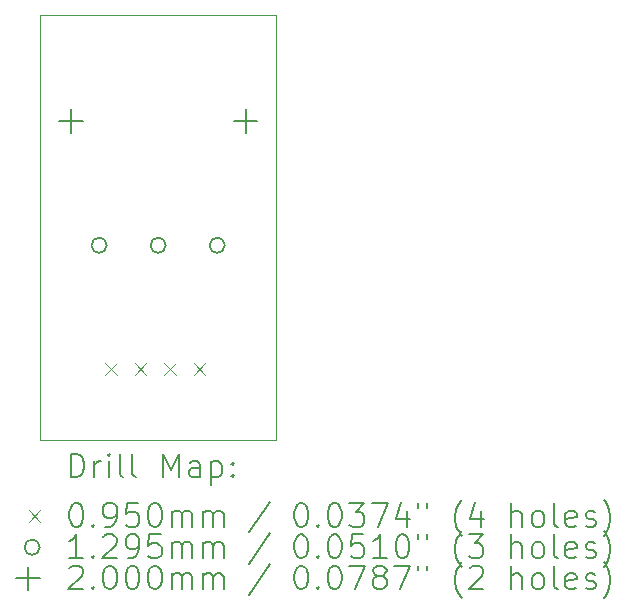
<source format=gbr>
%TF.GenerationSoftware,KiCad,Pcbnew,8.0.4*%
%TF.CreationDate,2024-08-04T23:07:36+09:00*%
%TF.ProjectId,sdvx-encoder-holder,73647678-2d65-46e6-936f-6465722d686f,rev?*%
%TF.SameCoordinates,Original*%
%TF.FileFunction,Drillmap*%
%TF.FilePolarity,Positive*%
%FSLAX45Y45*%
G04 Gerber Fmt 4.5, Leading zero omitted, Abs format (unit mm)*
G04 Created by KiCad (PCBNEW 8.0.4) date 2024-08-04 23:07:36*
%MOMM*%
%LPD*%
G01*
G04 APERTURE LIST*
%ADD10C,0.050000*%
%ADD11C,0.200000*%
%ADD12C,0.100000*%
%ADD13C,0.129540*%
G04 APERTURE END LIST*
D10*
X11800000Y-7700000D02*
X13800000Y-7700000D01*
X13800000Y-11300000D01*
X11800000Y-11300000D01*
X11800000Y-7700000D01*
D11*
D12*
X12352500Y-10650000D02*
X12447500Y-10745000D01*
X12447500Y-10650000D02*
X12352500Y-10745000D01*
X12602500Y-10650000D02*
X12697500Y-10745000D01*
X12697500Y-10650000D02*
X12602500Y-10745000D01*
X12852500Y-10650000D02*
X12947500Y-10745000D01*
X12947500Y-10650000D02*
X12852500Y-10745000D01*
X13102500Y-10650000D02*
X13197500Y-10745000D01*
X13197500Y-10650000D02*
X13102500Y-10745000D01*
D13*
X12364770Y-9650000D02*
G75*
G02*
X12235230Y-9650000I-64770J0D01*
G01*
X12235230Y-9650000D02*
G75*
G02*
X12364770Y-9650000I64770J0D01*
G01*
X12864770Y-9650000D02*
G75*
G02*
X12735230Y-9650000I-64770J0D01*
G01*
X12735230Y-9650000D02*
G75*
G02*
X12864770Y-9650000I64770J0D01*
G01*
X13364770Y-9650000D02*
G75*
G02*
X13235230Y-9650000I-64770J0D01*
G01*
X13235230Y-9650000D02*
G75*
G02*
X13364770Y-9650000I64770J0D01*
G01*
D11*
X12060000Y-8500000D02*
X12060000Y-8700000D01*
X11960000Y-8600000D02*
X12160000Y-8600000D01*
X13540000Y-8500000D02*
X13540000Y-8700000D01*
X13440000Y-8600000D02*
X13640000Y-8600000D01*
X12058277Y-11613984D02*
X12058277Y-11413984D01*
X12058277Y-11413984D02*
X12105896Y-11413984D01*
X12105896Y-11413984D02*
X12134467Y-11423508D01*
X12134467Y-11423508D02*
X12153515Y-11442555D01*
X12153515Y-11442555D02*
X12163039Y-11461603D01*
X12163039Y-11461603D02*
X12172562Y-11499698D01*
X12172562Y-11499698D02*
X12172562Y-11528269D01*
X12172562Y-11528269D02*
X12163039Y-11566365D01*
X12163039Y-11566365D02*
X12153515Y-11585412D01*
X12153515Y-11585412D02*
X12134467Y-11604460D01*
X12134467Y-11604460D02*
X12105896Y-11613984D01*
X12105896Y-11613984D02*
X12058277Y-11613984D01*
X12258277Y-11613984D02*
X12258277Y-11480650D01*
X12258277Y-11518746D02*
X12267801Y-11499698D01*
X12267801Y-11499698D02*
X12277324Y-11490174D01*
X12277324Y-11490174D02*
X12296372Y-11480650D01*
X12296372Y-11480650D02*
X12315420Y-11480650D01*
X12382086Y-11613984D02*
X12382086Y-11480650D01*
X12382086Y-11413984D02*
X12372562Y-11423508D01*
X12372562Y-11423508D02*
X12382086Y-11433031D01*
X12382086Y-11433031D02*
X12391610Y-11423508D01*
X12391610Y-11423508D02*
X12382086Y-11413984D01*
X12382086Y-11413984D02*
X12382086Y-11433031D01*
X12505896Y-11613984D02*
X12486848Y-11604460D01*
X12486848Y-11604460D02*
X12477324Y-11585412D01*
X12477324Y-11585412D02*
X12477324Y-11413984D01*
X12610658Y-11613984D02*
X12591610Y-11604460D01*
X12591610Y-11604460D02*
X12582086Y-11585412D01*
X12582086Y-11585412D02*
X12582086Y-11413984D01*
X12839229Y-11613984D02*
X12839229Y-11413984D01*
X12839229Y-11413984D02*
X12905896Y-11556841D01*
X12905896Y-11556841D02*
X12972562Y-11413984D01*
X12972562Y-11413984D02*
X12972562Y-11613984D01*
X13153515Y-11613984D02*
X13153515Y-11509222D01*
X13153515Y-11509222D02*
X13143991Y-11490174D01*
X13143991Y-11490174D02*
X13124943Y-11480650D01*
X13124943Y-11480650D02*
X13086848Y-11480650D01*
X13086848Y-11480650D02*
X13067801Y-11490174D01*
X13153515Y-11604460D02*
X13134467Y-11613984D01*
X13134467Y-11613984D02*
X13086848Y-11613984D01*
X13086848Y-11613984D02*
X13067801Y-11604460D01*
X13067801Y-11604460D02*
X13058277Y-11585412D01*
X13058277Y-11585412D02*
X13058277Y-11566365D01*
X13058277Y-11566365D02*
X13067801Y-11547317D01*
X13067801Y-11547317D02*
X13086848Y-11537793D01*
X13086848Y-11537793D02*
X13134467Y-11537793D01*
X13134467Y-11537793D02*
X13153515Y-11528269D01*
X13248753Y-11480650D02*
X13248753Y-11680650D01*
X13248753Y-11490174D02*
X13267801Y-11480650D01*
X13267801Y-11480650D02*
X13305896Y-11480650D01*
X13305896Y-11480650D02*
X13324943Y-11490174D01*
X13324943Y-11490174D02*
X13334467Y-11499698D01*
X13334467Y-11499698D02*
X13343991Y-11518746D01*
X13343991Y-11518746D02*
X13343991Y-11575888D01*
X13343991Y-11575888D02*
X13334467Y-11594936D01*
X13334467Y-11594936D02*
X13324943Y-11604460D01*
X13324943Y-11604460D02*
X13305896Y-11613984D01*
X13305896Y-11613984D02*
X13267801Y-11613984D01*
X13267801Y-11613984D02*
X13248753Y-11604460D01*
X13429705Y-11594936D02*
X13439229Y-11604460D01*
X13439229Y-11604460D02*
X13429705Y-11613984D01*
X13429705Y-11613984D02*
X13420182Y-11604460D01*
X13420182Y-11604460D02*
X13429705Y-11594936D01*
X13429705Y-11594936D02*
X13429705Y-11613984D01*
X13429705Y-11490174D02*
X13439229Y-11499698D01*
X13439229Y-11499698D02*
X13429705Y-11509222D01*
X13429705Y-11509222D02*
X13420182Y-11499698D01*
X13420182Y-11499698D02*
X13429705Y-11490174D01*
X13429705Y-11490174D02*
X13429705Y-11509222D01*
D12*
X11702500Y-11895000D02*
X11797500Y-11990000D01*
X11797500Y-11895000D02*
X11702500Y-11990000D01*
D11*
X12096372Y-11833984D02*
X12115420Y-11833984D01*
X12115420Y-11833984D02*
X12134467Y-11843508D01*
X12134467Y-11843508D02*
X12143991Y-11853031D01*
X12143991Y-11853031D02*
X12153515Y-11872079D01*
X12153515Y-11872079D02*
X12163039Y-11910174D01*
X12163039Y-11910174D02*
X12163039Y-11957793D01*
X12163039Y-11957793D02*
X12153515Y-11995888D01*
X12153515Y-11995888D02*
X12143991Y-12014936D01*
X12143991Y-12014936D02*
X12134467Y-12024460D01*
X12134467Y-12024460D02*
X12115420Y-12033984D01*
X12115420Y-12033984D02*
X12096372Y-12033984D01*
X12096372Y-12033984D02*
X12077324Y-12024460D01*
X12077324Y-12024460D02*
X12067801Y-12014936D01*
X12067801Y-12014936D02*
X12058277Y-11995888D01*
X12058277Y-11995888D02*
X12048753Y-11957793D01*
X12048753Y-11957793D02*
X12048753Y-11910174D01*
X12048753Y-11910174D02*
X12058277Y-11872079D01*
X12058277Y-11872079D02*
X12067801Y-11853031D01*
X12067801Y-11853031D02*
X12077324Y-11843508D01*
X12077324Y-11843508D02*
X12096372Y-11833984D01*
X12248753Y-12014936D02*
X12258277Y-12024460D01*
X12258277Y-12024460D02*
X12248753Y-12033984D01*
X12248753Y-12033984D02*
X12239229Y-12024460D01*
X12239229Y-12024460D02*
X12248753Y-12014936D01*
X12248753Y-12014936D02*
X12248753Y-12033984D01*
X12353515Y-12033984D02*
X12391610Y-12033984D01*
X12391610Y-12033984D02*
X12410658Y-12024460D01*
X12410658Y-12024460D02*
X12420182Y-12014936D01*
X12420182Y-12014936D02*
X12439229Y-11986365D01*
X12439229Y-11986365D02*
X12448753Y-11948269D01*
X12448753Y-11948269D02*
X12448753Y-11872079D01*
X12448753Y-11872079D02*
X12439229Y-11853031D01*
X12439229Y-11853031D02*
X12429705Y-11843508D01*
X12429705Y-11843508D02*
X12410658Y-11833984D01*
X12410658Y-11833984D02*
X12372562Y-11833984D01*
X12372562Y-11833984D02*
X12353515Y-11843508D01*
X12353515Y-11843508D02*
X12343991Y-11853031D01*
X12343991Y-11853031D02*
X12334467Y-11872079D01*
X12334467Y-11872079D02*
X12334467Y-11919698D01*
X12334467Y-11919698D02*
X12343991Y-11938746D01*
X12343991Y-11938746D02*
X12353515Y-11948269D01*
X12353515Y-11948269D02*
X12372562Y-11957793D01*
X12372562Y-11957793D02*
X12410658Y-11957793D01*
X12410658Y-11957793D02*
X12429705Y-11948269D01*
X12429705Y-11948269D02*
X12439229Y-11938746D01*
X12439229Y-11938746D02*
X12448753Y-11919698D01*
X12629705Y-11833984D02*
X12534467Y-11833984D01*
X12534467Y-11833984D02*
X12524943Y-11929222D01*
X12524943Y-11929222D02*
X12534467Y-11919698D01*
X12534467Y-11919698D02*
X12553515Y-11910174D01*
X12553515Y-11910174D02*
X12601134Y-11910174D01*
X12601134Y-11910174D02*
X12620182Y-11919698D01*
X12620182Y-11919698D02*
X12629705Y-11929222D01*
X12629705Y-11929222D02*
X12639229Y-11948269D01*
X12639229Y-11948269D02*
X12639229Y-11995888D01*
X12639229Y-11995888D02*
X12629705Y-12014936D01*
X12629705Y-12014936D02*
X12620182Y-12024460D01*
X12620182Y-12024460D02*
X12601134Y-12033984D01*
X12601134Y-12033984D02*
X12553515Y-12033984D01*
X12553515Y-12033984D02*
X12534467Y-12024460D01*
X12534467Y-12024460D02*
X12524943Y-12014936D01*
X12763039Y-11833984D02*
X12782086Y-11833984D01*
X12782086Y-11833984D02*
X12801134Y-11843508D01*
X12801134Y-11843508D02*
X12810658Y-11853031D01*
X12810658Y-11853031D02*
X12820182Y-11872079D01*
X12820182Y-11872079D02*
X12829705Y-11910174D01*
X12829705Y-11910174D02*
X12829705Y-11957793D01*
X12829705Y-11957793D02*
X12820182Y-11995888D01*
X12820182Y-11995888D02*
X12810658Y-12014936D01*
X12810658Y-12014936D02*
X12801134Y-12024460D01*
X12801134Y-12024460D02*
X12782086Y-12033984D01*
X12782086Y-12033984D02*
X12763039Y-12033984D01*
X12763039Y-12033984D02*
X12743991Y-12024460D01*
X12743991Y-12024460D02*
X12734467Y-12014936D01*
X12734467Y-12014936D02*
X12724943Y-11995888D01*
X12724943Y-11995888D02*
X12715420Y-11957793D01*
X12715420Y-11957793D02*
X12715420Y-11910174D01*
X12715420Y-11910174D02*
X12724943Y-11872079D01*
X12724943Y-11872079D02*
X12734467Y-11853031D01*
X12734467Y-11853031D02*
X12743991Y-11843508D01*
X12743991Y-11843508D02*
X12763039Y-11833984D01*
X12915420Y-12033984D02*
X12915420Y-11900650D01*
X12915420Y-11919698D02*
X12924943Y-11910174D01*
X12924943Y-11910174D02*
X12943991Y-11900650D01*
X12943991Y-11900650D02*
X12972563Y-11900650D01*
X12972563Y-11900650D02*
X12991610Y-11910174D01*
X12991610Y-11910174D02*
X13001134Y-11929222D01*
X13001134Y-11929222D02*
X13001134Y-12033984D01*
X13001134Y-11929222D02*
X13010658Y-11910174D01*
X13010658Y-11910174D02*
X13029705Y-11900650D01*
X13029705Y-11900650D02*
X13058277Y-11900650D01*
X13058277Y-11900650D02*
X13077324Y-11910174D01*
X13077324Y-11910174D02*
X13086848Y-11929222D01*
X13086848Y-11929222D02*
X13086848Y-12033984D01*
X13182086Y-12033984D02*
X13182086Y-11900650D01*
X13182086Y-11919698D02*
X13191610Y-11910174D01*
X13191610Y-11910174D02*
X13210658Y-11900650D01*
X13210658Y-11900650D02*
X13239229Y-11900650D01*
X13239229Y-11900650D02*
X13258277Y-11910174D01*
X13258277Y-11910174D02*
X13267801Y-11929222D01*
X13267801Y-11929222D02*
X13267801Y-12033984D01*
X13267801Y-11929222D02*
X13277324Y-11910174D01*
X13277324Y-11910174D02*
X13296372Y-11900650D01*
X13296372Y-11900650D02*
X13324943Y-11900650D01*
X13324943Y-11900650D02*
X13343991Y-11910174D01*
X13343991Y-11910174D02*
X13353515Y-11929222D01*
X13353515Y-11929222D02*
X13353515Y-12033984D01*
X13743991Y-11824460D02*
X13572563Y-12081603D01*
X14001134Y-11833984D02*
X14020182Y-11833984D01*
X14020182Y-11833984D02*
X14039229Y-11843508D01*
X14039229Y-11843508D02*
X14048753Y-11853031D01*
X14048753Y-11853031D02*
X14058277Y-11872079D01*
X14058277Y-11872079D02*
X14067801Y-11910174D01*
X14067801Y-11910174D02*
X14067801Y-11957793D01*
X14067801Y-11957793D02*
X14058277Y-11995888D01*
X14058277Y-11995888D02*
X14048753Y-12014936D01*
X14048753Y-12014936D02*
X14039229Y-12024460D01*
X14039229Y-12024460D02*
X14020182Y-12033984D01*
X14020182Y-12033984D02*
X14001134Y-12033984D01*
X14001134Y-12033984D02*
X13982086Y-12024460D01*
X13982086Y-12024460D02*
X13972563Y-12014936D01*
X13972563Y-12014936D02*
X13963039Y-11995888D01*
X13963039Y-11995888D02*
X13953515Y-11957793D01*
X13953515Y-11957793D02*
X13953515Y-11910174D01*
X13953515Y-11910174D02*
X13963039Y-11872079D01*
X13963039Y-11872079D02*
X13972563Y-11853031D01*
X13972563Y-11853031D02*
X13982086Y-11843508D01*
X13982086Y-11843508D02*
X14001134Y-11833984D01*
X14153515Y-12014936D02*
X14163039Y-12024460D01*
X14163039Y-12024460D02*
X14153515Y-12033984D01*
X14153515Y-12033984D02*
X14143991Y-12024460D01*
X14143991Y-12024460D02*
X14153515Y-12014936D01*
X14153515Y-12014936D02*
X14153515Y-12033984D01*
X14286848Y-11833984D02*
X14305896Y-11833984D01*
X14305896Y-11833984D02*
X14324944Y-11843508D01*
X14324944Y-11843508D02*
X14334467Y-11853031D01*
X14334467Y-11853031D02*
X14343991Y-11872079D01*
X14343991Y-11872079D02*
X14353515Y-11910174D01*
X14353515Y-11910174D02*
X14353515Y-11957793D01*
X14353515Y-11957793D02*
X14343991Y-11995888D01*
X14343991Y-11995888D02*
X14334467Y-12014936D01*
X14334467Y-12014936D02*
X14324944Y-12024460D01*
X14324944Y-12024460D02*
X14305896Y-12033984D01*
X14305896Y-12033984D02*
X14286848Y-12033984D01*
X14286848Y-12033984D02*
X14267801Y-12024460D01*
X14267801Y-12024460D02*
X14258277Y-12014936D01*
X14258277Y-12014936D02*
X14248753Y-11995888D01*
X14248753Y-11995888D02*
X14239229Y-11957793D01*
X14239229Y-11957793D02*
X14239229Y-11910174D01*
X14239229Y-11910174D02*
X14248753Y-11872079D01*
X14248753Y-11872079D02*
X14258277Y-11853031D01*
X14258277Y-11853031D02*
X14267801Y-11843508D01*
X14267801Y-11843508D02*
X14286848Y-11833984D01*
X14420182Y-11833984D02*
X14543991Y-11833984D01*
X14543991Y-11833984D02*
X14477325Y-11910174D01*
X14477325Y-11910174D02*
X14505896Y-11910174D01*
X14505896Y-11910174D02*
X14524944Y-11919698D01*
X14524944Y-11919698D02*
X14534467Y-11929222D01*
X14534467Y-11929222D02*
X14543991Y-11948269D01*
X14543991Y-11948269D02*
X14543991Y-11995888D01*
X14543991Y-11995888D02*
X14534467Y-12014936D01*
X14534467Y-12014936D02*
X14524944Y-12024460D01*
X14524944Y-12024460D02*
X14505896Y-12033984D01*
X14505896Y-12033984D02*
X14448753Y-12033984D01*
X14448753Y-12033984D02*
X14429706Y-12024460D01*
X14429706Y-12024460D02*
X14420182Y-12014936D01*
X14610658Y-11833984D02*
X14743991Y-11833984D01*
X14743991Y-11833984D02*
X14658277Y-12033984D01*
X14905896Y-11900650D02*
X14905896Y-12033984D01*
X14858277Y-11824460D02*
X14810658Y-11967317D01*
X14810658Y-11967317D02*
X14934467Y-11967317D01*
X15001134Y-11833984D02*
X15001134Y-11872079D01*
X15077325Y-11833984D02*
X15077325Y-11872079D01*
X15372563Y-12110174D02*
X15363039Y-12100650D01*
X15363039Y-12100650D02*
X15343991Y-12072079D01*
X15343991Y-12072079D02*
X15334468Y-12053031D01*
X15334468Y-12053031D02*
X15324944Y-12024460D01*
X15324944Y-12024460D02*
X15315420Y-11976841D01*
X15315420Y-11976841D02*
X15315420Y-11938746D01*
X15315420Y-11938746D02*
X15324944Y-11891127D01*
X15324944Y-11891127D02*
X15334468Y-11862555D01*
X15334468Y-11862555D02*
X15343991Y-11843508D01*
X15343991Y-11843508D02*
X15363039Y-11814936D01*
X15363039Y-11814936D02*
X15372563Y-11805412D01*
X15534468Y-11900650D02*
X15534468Y-12033984D01*
X15486848Y-11824460D02*
X15439229Y-11967317D01*
X15439229Y-11967317D02*
X15563039Y-11967317D01*
X15791610Y-12033984D02*
X15791610Y-11833984D01*
X15877325Y-12033984D02*
X15877325Y-11929222D01*
X15877325Y-11929222D02*
X15867801Y-11910174D01*
X15867801Y-11910174D02*
X15848753Y-11900650D01*
X15848753Y-11900650D02*
X15820182Y-11900650D01*
X15820182Y-11900650D02*
X15801134Y-11910174D01*
X15801134Y-11910174D02*
X15791610Y-11919698D01*
X16001134Y-12033984D02*
X15982087Y-12024460D01*
X15982087Y-12024460D02*
X15972563Y-12014936D01*
X15972563Y-12014936D02*
X15963039Y-11995888D01*
X15963039Y-11995888D02*
X15963039Y-11938746D01*
X15963039Y-11938746D02*
X15972563Y-11919698D01*
X15972563Y-11919698D02*
X15982087Y-11910174D01*
X15982087Y-11910174D02*
X16001134Y-11900650D01*
X16001134Y-11900650D02*
X16029706Y-11900650D01*
X16029706Y-11900650D02*
X16048753Y-11910174D01*
X16048753Y-11910174D02*
X16058277Y-11919698D01*
X16058277Y-11919698D02*
X16067801Y-11938746D01*
X16067801Y-11938746D02*
X16067801Y-11995888D01*
X16067801Y-11995888D02*
X16058277Y-12014936D01*
X16058277Y-12014936D02*
X16048753Y-12024460D01*
X16048753Y-12024460D02*
X16029706Y-12033984D01*
X16029706Y-12033984D02*
X16001134Y-12033984D01*
X16182087Y-12033984D02*
X16163039Y-12024460D01*
X16163039Y-12024460D02*
X16153515Y-12005412D01*
X16153515Y-12005412D02*
X16153515Y-11833984D01*
X16334468Y-12024460D02*
X16315420Y-12033984D01*
X16315420Y-12033984D02*
X16277325Y-12033984D01*
X16277325Y-12033984D02*
X16258277Y-12024460D01*
X16258277Y-12024460D02*
X16248753Y-12005412D01*
X16248753Y-12005412D02*
X16248753Y-11929222D01*
X16248753Y-11929222D02*
X16258277Y-11910174D01*
X16258277Y-11910174D02*
X16277325Y-11900650D01*
X16277325Y-11900650D02*
X16315420Y-11900650D01*
X16315420Y-11900650D02*
X16334468Y-11910174D01*
X16334468Y-11910174D02*
X16343991Y-11929222D01*
X16343991Y-11929222D02*
X16343991Y-11948269D01*
X16343991Y-11948269D02*
X16248753Y-11967317D01*
X16420182Y-12024460D02*
X16439230Y-12033984D01*
X16439230Y-12033984D02*
X16477325Y-12033984D01*
X16477325Y-12033984D02*
X16496372Y-12024460D01*
X16496372Y-12024460D02*
X16505896Y-12005412D01*
X16505896Y-12005412D02*
X16505896Y-11995888D01*
X16505896Y-11995888D02*
X16496372Y-11976841D01*
X16496372Y-11976841D02*
X16477325Y-11967317D01*
X16477325Y-11967317D02*
X16448753Y-11967317D01*
X16448753Y-11967317D02*
X16429706Y-11957793D01*
X16429706Y-11957793D02*
X16420182Y-11938746D01*
X16420182Y-11938746D02*
X16420182Y-11929222D01*
X16420182Y-11929222D02*
X16429706Y-11910174D01*
X16429706Y-11910174D02*
X16448753Y-11900650D01*
X16448753Y-11900650D02*
X16477325Y-11900650D01*
X16477325Y-11900650D02*
X16496372Y-11910174D01*
X16572563Y-12110174D02*
X16582087Y-12100650D01*
X16582087Y-12100650D02*
X16601134Y-12072079D01*
X16601134Y-12072079D02*
X16610658Y-12053031D01*
X16610658Y-12053031D02*
X16620182Y-12024460D01*
X16620182Y-12024460D02*
X16629706Y-11976841D01*
X16629706Y-11976841D02*
X16629706Y-11938746D01*
X16629706Y-11938746D02*
X16620182Y-11891127D01*
X16620182Y-11891127D02*
X16610658Y-11862555D01*
X16610658Y-11862555D02*
X16601134Y-11843508D01*
X16601134Y-11843508D02*
X16582087Y-11814936D01*
X16582087Y-11814936D02*
X16572563Y-11805412D01*
D13*
X11797500Y-12206500D02*
G75*
G02*
X11667960Y-12206500I-64770J0D01*
G01*
X11667960Y-12206500D02*
G75*
G02*
X11797500Y-12206500I64770J0D01*
G01*
D11*
X12163039Y-12297984D02*
X12048753Y-12297984D01*
X12105896Y-12297984D02*
X12105896Y-12097984D01*
X12105896Y-12097984D02*
X12086848Y-12126555D01*
X12086848Y-12126555D02*
X12067801Y-12145603D01*
X12067801Y-12145603D02*
X12048753Y-12155127D01*
X12248753Y-12278936D02*
X12258277Y-12288460D01*
X12258277Y-12288460D02*
X12248753Y-12297984D01*
X12248753Y-12297984D02*
X12239229Y-12288460D01*
X12239229Y-12288460D02*
X12248753Y-12278936D01*
X12248753Y-12278936D02*
X12248753Y-12297984D01*
X12334467Y-12117031D02*
X12343991Y-12107508D01*
X12343991Y-12107508D02*
X12363039Y-12097984D01*
X12363039Y-12097984D02*
X12410658Y-12097984D01*
X12410658Y-12097984D02*
X12429705Y-12107508D01*
X12429705Y-12107508D02*
X12439229Y-12117031D01*
X12439229Y-12117031D02*
X12448753Y-12136079D01*
X12448753Y-12136079D02*
X12448753Y-12155127D01*
X12448753Y-12155127D02*
X12439229Y-12183698D01*
X12439229Y-12183698D02*
X12324943Y-12297984D01*
X12324943Y-12297984D02*
X12448753Y-12297984D01*
X12543991Y-12297984D02*
X12582086Y-12297984D01*
X12582086Y-12297984D02*
X12601134Y-12288460D01*
X12601134Y-12288460D02*
X12610658Y-12278936D01*
X12610658Y-12278936D02*
X12629705Y-12250365D01*
X12629705Y-12250365D02*
X12639229Y-12212269D01*
X12639229Y-12212269D02*
X12639229Y-12136079D01*
X12639229Y-12136079D02*
X12629705Y-12117031D01*
X12629705Y-12117031D02*
X12620182Y-12107508D01*
X12620182Y-12107508D02*
X12601134Y-12097984D01*
X12601134Y-12097984D02*
X12563039Y-12097984D01*
X12563039Y-12097984D02*
X12543991Y-12107508D01*
X12543991Y-12107508D02*
X12534467Y-12117031D01*
X12534467Y-12117031D02*
X12524943Y-12136079D01*
X12524943Y-12136079D02*
X12524943Y-12183698D01*
X12524943Y-12183698D02*
X12534467Y-12202746D01*
X12534467Y-12202746D02*
X12543991Y-12212269D01*
X12543991Y-12212269D02*
X12563039Y-12221793D01*
X12563039Y-12221793D02*
X12601134Y-12221793D01*
X12601134Y-12221793D02*
X12620182Y-12212269D01*
X12620182Y-12212269D02*
X12629705Y-12202746D01*
X12629705Y-12202746D02*
X12639229Y-12183698D01*
X12820182Y-12097984D02*
X12724943Y-12097984D01*
X12724943Y-12097984D02*
X12715420Y-12193222D01*
X12715420Y-12193222D02*
X12724943Y-12183698D01*
X12724943Y-12183698D02*
X12743991Y-12174174D01*
X12743991Y-12174174D02*
X12791610Y-12174174D01*
X12791610Y-12174174D02*
X12810658Y-12183698D01*
X12810658Y-12183698D02*
X12820182Y-12193222D01*
X12820182Y-12193222D02*
X12829705Y-12212269D01*
X12829705Y-12212269D02*
X12829705Y-12259888D01*
X12829705Y-12259888D02*
X12820182Y-12278936D01*
X12820182Y-12278936D02*
X12810658Y-12288460D01*
X12810658Y-12288460D02*
X12791610Y-12297984D01*
X12791610Y-12297984D02*
X12743991Y-12297984D01*
X12743991Y-12297984D02*
X12724943Y-12288460D01*
X12724943Y-12288460D02*
X12715420Y-12278936D01*
X12915420Y-12297984D02*
X12915420Y-12164650D01*
X12915420Y-12183698D02*
X12924943Y-12174174D01*
X12924943Y-12174174D02*
X12943991Y-12164650D01*
X12943991Y-12164650D02*
X12972563Y-12164650D01*
X12972563Y-12164650D02*
X12991610Y-12174174D01*
X12991610Y-12174174D02*
X13001134Y-12193222D01*
X13001134Y-12193222D02*
X13001134Y-12297984D01*
X13001134Y-12193222D02*
X13010658Y-12174174D01*
X13010658Y-12174174D02*
X13029705Y-12164650D01*
X13029705Y-12164650D02*
X13058277Y-12164650D01*
X13058277Y-12164650D02*
X13077324Y-12174174D01*
X13077324Y-12174174D02*
X13086848Y-12193222D01*
X13086848Y-12193222D02*
X13086848Y-12297984D01*
X13182086Y-12297984D02*
X13182086Y-12164650D01*
X13182086Y-12183698D02*
X13191610Y-12174174D01*
X13191610Y-12174174D02*
X13210658Y-12164650D01*
X13210658Y-12164650D02*
X13239229Y-12164650D01*
X13239229Y-12164650D02*
X13258277Y-12174174D01*
X13258277Y-12174174D02*
X13267801Y-12193222D01*
X13267801Y-12193222D02*
X13267801Y-12297984D01*
X13267801Y-12193222D02*
X13277324Y-12174174D01*
X13277324Y-12174174D02*
X13296372Y-12164650D01*
X13296372Y-12164650D02*
X13324943Y-12164650D01*
X13324943Y-12164650D02*
X13343991Y-12174174D01*
X13343991Y-12174174D02*
X13353515Y-12193222D01*
X13353515Y-12193222D02*
X13353515Y-12297984D01*
X13743991Y-12088460D02*
X13572563Y-12345603D01*
X14001134Y-12097984D02*
X14020182Y-12097984D01*
X14020182Y-12097984D02*
X14039229Y-12107508D01*
X14039229Y-12107508D02*
X14048753Y-12117031D01*
X14048753Y-12117031D02*
X14058277Y-12136079D01*
X14058277Y-12136079D02*
X14067801Y-12174174D01*
X14067801Y-12174174D02*
X14067801Y-12221793D01*
X14067801Y-12221793D02*
X14058277Y-12259888D01*
X14058277Y-12259888D02*
X14048753Y-12278936D01*
X14048753Y-12278936D02*
X14039229Y-12288460D01*
X14039229Y-12288460D02*
X14020182Y-12297984D01*
X14020182Y-12297984D02*
X14001134Y-12297984D01*
X14001134Y-12297984D02*
X13982086Y-12288460D01*
X13982086Y-12288460D02*
X13972563Y-12278936D01*
X13972563Y-12278936D02*
X13963039Y-12259888D01*
X13963039Y-12259888D02*
X13953515Y-12221793D01*
X13953515Y-12221793D02*
X13953515Y-12174174D01*
X13953515Y-12174174D02*
X13963039Y-12136079D01*
X13963039Y-12136079D02*
X13972563Y-12117031D01*
X13972563Y-12117031D02*
X13982086Y-12107508D01*
X13982086Y-12107508D02*
X14001134Y-12097984D01*
X14153515Y-12278936D02*
X14163039Y-12288460D01*
X14163039Y-12288460D02*
X14153515Y-12297984D01*
X14153515Y-12297984D02*
X14143991Y-12288460D01*
X14143991Y-12288460D02*
X14153515Y-12278936D01*
X14153515Y-12278936D02*
X14153515Y-12297984D01*
X14286848Y-12097984D02*
X14305896Y-12097984D01*
X14305896Y-12097984D02*
X14324944Y-12107508D01*
X14324944Y-12107508D02*
X14334467Y-12117031D01*
X14334467Y-12117031D02*
X14343991Y-12136079D01*
X14343991Y-12136079D02*
X14353515Y-12174174D01*
X14353515Y-12174174D02*
X14353515Y-12221793D01*
X14353515Y-12221793D02*
X14343991Y-12259888D01*
X14343991Y-12259888D02*
X14334467Y-12278936D01*
X14334467Y-12278936D02*
X14324944Y-12288460D01*
X14324944Y-12288460D02*
X14305896Y-12297984D01*
X14305896Y-12297984D02*
X14286848Y-12297984D01*
X14286848Y-12297984D02*
X14267801Y-12288460D01*
X14267801Y-12288460D02*
X14258277Y-12278936D01*
X14258277Y-12278936D02*
X14248753Y-12259888D01*
X14248753Y-12259888D02*
X14239229Y-12221793D01*
X14239229Y-12221793D02*
X14239229Y-12174174D01*
X14239229Y-12174174D02*
X14248753Y-12136079D01*
X14248753Y-12136079D02*
X14258277Y-12117031D01*
X14258277Y-12117031D02*
X14267801Y-12107508D01*
X14267801Y-12107508D02*
X14286848Y-12097984D01*
X14534467Y-12097984D02*
X14439229Y-12097984D01*
X14439229Y-12097984D02*
X14429706Y-12193222D01*
X14429706Y-12193222D02*
X14439229Y-12183698D01*
X14439229Y-12183698D02*
X14458277Y-12174174D01*
X14458277Y-12174174D02*
X14505896Y-12174174D01*
X14505896Y-12174174D02*
X14524944Y-12183698D01*
X14524944Y-12183698D02*
X14534467Y-12193222D01*
X14534467Y-12193222D02*
X14543991Y-12212269D01*
X14543991Y-12212269D02*
X14543991Y-12259888D01*
X14543991Y-12259888D02*
X14534467Y-12278936D01*
X14534467Y-12278936D02*
X14524944Y-12288460D01*
X14524944Y-12288460D02*
X14505896Y-12297984D01*
X14505896Y-12297984D02*
X14458277Y-12297984D01*
X14458277Y-12297984D02*
X14439229Y-12288460D01*
X14439229Y-12288460D02*
X14429706Y-12278936D01*
X14734467Y-12297984D02*
X14620182Y-12297984D01*
X14677325Y-12297984D02*
X14677325Y-12097984D01*
X14677325Y-12097984D02*
X14658277Y-12126555D01*
X14658277Y-12126555D02*
X14639229Y-12145603D01*
X14639229Y-12145603D02*
X14620182Y-12155127D01*
X14858277Y-12097984D02*
X14877325Y-12097984D01*
X14877325Y-12097984D02*
X14896372Y-12107508D01*
X14896372Y-12107508D02*
X14905896Y-12117031D01*
X14905896Y-12117031D02*
X14915420Y-12136079D01*
X14915420Y-12136079D02*
X14924944Y-12174174D01*
X14924944Y-12174174D02*
X14924944Y-12221793D01*
X14924944Y-12221793D02*
X14915420Y-12259888D01*
X14915420Y-12259888D02*
X14905896Y-12278936D01*
X14905896Y-12278936D02*
X14896372Y-12288460D01*
X14896372Y-12288460D02*
X14877325Y-12297984D01*
X14877325Y-12297984D02*
X14858277Y-12297984D01*
X14858277Y-12297984D02*
X14839229Y-12288460D01*
X14839229Y-12288460D02*
X14829706Y-12278936D01*
X14829706Y-12278936D02*
X14820182Y-12259888D01*
X14820182Y-12259888D02*
X14810658Y-12221793D01*
X14810658Y-12221793D02*
X14810658Y-12174174D01*
X14810658Y-12174174D02*
X14820182Y-12136079D01*
X14820182Y-12136079D02*
X14829706Y-12117031D01*
X14829706Y-12117031D02*
X14839229Y-12107508D01*
X14839229Y-12107508D02*
X14858277Y-12097984D01*
X15001134Y-12097984D02*
X15001134Y-12136079D01*
X15077325Y-12097984D02*
X15077325Y-12136079D01*
X15372563Y-12374174D02*
X15363039Y-12364650D01*
X15363039Y-12364650D02*
X15343991Y-12336079D01*
X15343991Y-12336079D02*
X15334468Y-12317031D01*
X15334468Y-12317031D02*
X15324944Y-12288460D01*
X15324944Y-12288460D02*
X15315420Y-12240841D01*
X15315420Y-12240841D02*
X15315420Y-12202746D01*
X15315420Y-12202746D02*
X15324944Y-12155127D01*
X15324944Y-12155127D02*
X15334468Y-12126555D01*
X15334468Y-12126555D02*
X15343991Y-12107508D01*
X15343991Y-12107508D02*
X15363039Y-12078936D01*
X15363039Y-12078936D02*
X15372563Y-12069412D01*
X15429706Y-12097984D02*
X15553515Y-12097984D01*
X15553515Y-12097984D02*
X15486848Y-12174174D01*
X15486848Y-12174174D02*
X15515420Y-12174174D01*
X15515420Y-12174174D02*
X15534468Y-12183698D01*
X15534468Y-12183698D02*
X15543991Y-12193222D01*
X15543991Y-12193222D02*
X15553515Y-12212269D01*
X15553515Y-12212269D02*
X15553515Y-12259888D01*
X15553515Y-12259888D02*
X15543991Y-12278936D01*
X15543991Y-12278936D02*
X15534468Y-12288460D01*
X15534468Y-12288460D02*
X15515420Y-12297984D01*
X15515420Y-12297984D02*
X15458277Y-12297984D01*
X15458277Y-12297984D02*
X15439229Y-12288460D01*
X15439229Y-12288460D02*
X15429706Y-12278936D01*
X15791610Y-12297984D02*
X15791610Y-12097984D01*
X15877325Y-12297984D02*
X15877325Y-12193222D01*
X15877325Y-12193222D02*
X15867801Y-12174174D01*
X15867801Y-12174174D02*
X15848753Y-12164650D01*
X15848753Y-12164650D02*
X15820182Y-12164650D01*
X15820182Y-12164650D02*
X15801134Y-12174174D01*
X15801134Y-12174174D02*
X15791610Y-12183698D01*
X16001134Y-12297984D02*
X15982087Y-12288460D01*
X15982087Y-12288460D02*
X15972563Y-12278936D01*
X15972563Y-12278936D02*
X15963039Y-12259888D01*
X15963039Y-12259888D02*
X15963039Y-12202746D01*
X15963039Y-12202746D02*
X15972563Y-12183698D01*
X15972563Y-12183698D02*
X15982087Y-12174174D01*
X15982087Y-12174174D02*
X16001134Y-12164650D01*
X16001134Y-12164650D02*
X16029706Y-12164650D01*
X16029706Y-12164650D02*
X16048753Y-12174174D01*
X16048753Y-12174174D02*
X16058277Y-12183698D01*
X16058277Y-12183698D02*
X16067801Y-12202746D01*
X16067801Y-12202746D02*
X16067801Y-12259888D01*
X16067801Y-12259888D02*
X16058277Y-12278936D01*
X16058277Y-12278936D02*
X16048753Y-12288460D01*
X16048753Y-12288460D02*
X16029706Y-12297984D01*
X16029706Y-12297984D02*
X16001134Y-12297984D01*
X16182087Y-12297984D02*
X16163039Y-12288460D01*
X16163039Y-12288460D02*
X16153515Y-12269412D01*
X16153515Y-12269412D02*
X16153515Y-12097984D01*
X16334468Y-12288460D02*
X16315420Y-12297984D01*
X16315420Y-12297984D02*
X16277325Y-12297984D01*
X16277325Y-12297984D02*
X16258277Y-12288460D01*
X16258277Y-12288460D02*
X16248753Y-12269412D01*
X16248753Y-12269412D02*
X16248753Y-12193222D01*
X16248753Y-12193222D02*
X16258277Y-12174174D01*
X16258277Y-12174174D02*
X16277325Y-12164650D01*
X16277325Y-12164650D02*
X16315420Y-12164650D01*
X16315420Y-12164650D02*
X16334468Y-12174174D01*
X16334468Y-12174174D02*
X16343991Y-12193222D01*
X16343991Y-12193222D02*
X16343991Y-12212269D01*
X16343991Y-12212269D02*
X16248753Y-12231317D01*
X16420182Y-12288460D02*
X16439230Y-12297984D01*
X16439230Y-12297984D02*
X16477325Y-12297984D01*
X16477325Y-12297984D02*
X16496372Y-12288460D01*
X16496372Y-12288460D02*
X16505896Y-12269412D01*
X16505896Y-12269412D02*
X16505896Y-12259888D01*
X16505896Y-12259888D02*
X16496372Y-12240841D01*
X16496372Y-12240841D02*
X16477325Y-12231317D01*
X16477325Y-12231317D02*
X16448753Y-12231317D01*
X16448753Y-12231317D02*
X16429706Y-12221793D01*
X16429706Y-12221793D02*
X16420182Y-12202746D01*
X16420182Y-12202746D02*
X16420182Y-12193222D01*
X16420182Y-12193222D02*
X16429706Y-12174174D01*
X16429706Y-12174174D02*
X16448753Y-12164650D01*
X16448753Y-12164650D02*
X16477325Y-12164650D01*
X16477325Y-12164650D02*
X16496372Y-12174174D01*
X16572563Y-12374174D02*
X16582087Y-12364650D01*
X16582087Y-12364650D02*
X16601134Y-12336079D01*
X16601134Y-12336079D02*
X16610658Y-12317031D01*
X16610658Y-12317031D02*
X16620182Y-12288460D01*
X16620182Y-12288460D02*
X16629706Y-12240841D01*
X16629706Y-12240841D02*
X16629706Y-12202746D01*
X16629706Y-12202746D02*
X16620182Y-12155127D01*
X16620182Y-12155127D02*
X16610658Y-12126555D01*
X16610658Y-12126555D02*
X16601134Y-12107508D01*
X16601134Y-12107508D02*
X16582087Y-12078936D01*
X16582087Y-12078936D02*
X16572563Y-12069412D01*
X11697500Y-12370500D02*
X11697500Y-12570500D01*
X11597500Y-12470500D02*
X11797500Y-12470500D01*
X12048753Y-12381031D02*
X12058277Y-12371508D01*
X12058277Y-12371508D02*
X12077324Y-12361984D01*
X12077324Y-12361984D02*
X12124943Y-12361984D01*
X12124943Y-12361984D02*
X12143991Y-12371508D01*
X12143991Y-12371508D02*
X12153515Y-12381031D01*
X12153515Y-12381031D02*
X12163039Y-12400079D01*
X12163039Y-12400079D02*
X12163039Y-12419127D01*
X12163039Y-12419127D02*
X12153515Y-12447698D01*
X12153515Y-12447698D02*
X12039229Y-12561984D01*
X12039229Y-12561984D02*
X12163039Y-12561984D01*
X12248753Y-12542936D02*
X12258277Y-12552460D01*
X12258277Y-12552460D02*
X12248753Y-12561984D01*
X12248753Y-12561984D02*
X12239229Y-12552460D01*
X12239229Y-12552460D02*
X12248753Y-12542936D01*
X12248753Y-12542936D02*
X12248753Y-12561984D01*
X12382086Y-12361984D02*
X12401134Y-12361984D01*
X12401134Y-12361984D02*
X12420182Y-12371508D01*
X12420182Y-12371508D02*
X12429705Y-12381031D01*
X12429705Y-12381031D02*
X12439229Y-12400079D01*
X12439229Y-12400079D02*
X12448753Y-12438174D01*
X12448753Y-12438174D02*
X12448753Y-12485793D01*
X12448753Y-12485793D02*
X12439229Y-12523888D01*
X12439229Y-12523888D02*
X12429705Y-12542936D01*
X12429705Y-12542936D02*
X12420182Y-12552460D01*
X12420182Y-12552460D02*
X12401134Y-12561984D01*
X12401134Y-12561984D02*
X12382086Y-12561984D01*
X12382086Y-12561984D02*
X12363039Y-12552460D01*
X12363039Y-12552460D02*
X12353515Y-12542936D01*
X12353515Y-12542936D02*
X12343991Y-12523888D01*
X12343991Y-12523888D02*
X12334467Y-12485793D01*
X12334467Y-12485793D02*
X12334467Y-12438174D01*
X12334467Y-12438174D02*
X12343991Y-12400079D01*
X12343991Y-12400079D02*
X12353515Y-12381031D01*
X12353515Y-12381031D02*
X12363039Y-12371508D01*
X12363039Y-12371508D02*
X12382086Y-12361984D01*
X12572562Y-12361984D02*
X12591610Y-12361984D01*
X12591610Y-12361984D02*
X12610658Y-12371508D01*
X12610658Y-12371508D02*
X12620182Y-12381031D01*
X12620182Y-12381031D02*
X12629705Y-12400079D01*
X12629705Y-12400079D02*
X12639229Y-12438174D01*
X12639229Y-12438174D02*
X12639229Y-12485793D01*
X12639229Y-12485793D02*
X12629705Y-12523888D01*
X12629705Y-12523888D02*
X12620182Y-12542936D01*
X12620182Y-12542936D02*
X12610658Y-12552460D01*
X12610658Y-12552460D02*
X12591610Y-12561984D01*
X12591610Y-12561984D02*
X12572562Y-12561984D01*
X12572562Y-12561984D02*
X12553515Y-12552460D01*
X12553515Y-12552460D02*
X12543991Y-12542936D01*
X12543991Y-12542936D02*
X12534467Y-12523888D01*
X12534467Y-12523888D02*
X12524943Y-12485793D01*
X12524943Y-12485793D02*
X12524943Y-12438174D01*
X12524943Y-12438174D02*
X12534467Y-12400079D01*
X12534467Y-12400079D02*
X12543991Y-12381031D01*
X12543991Y-12381031D02*
X12553515Y-12371508D01*
X12553515Y-12371508D02*
X12572562Y-12361984D01*
X12763039Y-12361984D02*
X12782086Y-12361984D01*
X12782086Y-12361984D02*
X12801134Y-12371508D01*
X12801134Y-12371508D02*
X12810658Y-12381031D01*
X12810658Y-12381031D02*
X12820182Y-12400079D01*
X12820182Y-12400079D02*
X12829705Y-12438174D01*
X12829705Y-12438174D02*
X12829705Y-12485793D01*
X12829705Y-12485793D02*
X12820182Y-12523888D01*
X12820182Y-12523888D02*
X12810658Y-12542936D01*
X12810658Y-12542936D02*
X12801134Y-12552460D01*
X12801134Y-12552460D02*
X12782086Y-12561984D01*
X12782086Y-12561984D02*
X12763039Y-12561984D01*
X12763039Y-12561984D02*
X12743991Y-12552460D01*
X12743991Y-12552460D02*
X12734467Y-12542936D01*
X12734467Y-12542936D02*
X12724943Y-12523888D01*
X12724943Y-12523888D02*
X12715420Y-12485793D01*
X12715420Y-12485793D02*
X12715420Y-12438174D01*
X12715420Y-12438174D02*
X12724943Y-12400079D01*
X12724943Y-12400079D02*
X12734467Y-12381031D01*
X12734467Y-12381031D02*
X12743991Y-12371508D01*
X12743991Y-12371508D02*
X12763039Y-12361984D01*
X12915420Y-12561984D02*
X12915420Y-12428650D01*
X12915420Y-12447698D02*
X12924943Y-12438174D01*
X12924943Y-12438174D02*
X12943991Y-12428650D01*
X12943991Y-12428650D02*
X12972563Y-12428650D01*
X12972563Y-12428650D02*
X12991610Y-12438174D01*
X12991610Y-12438174D02*
X13001134Y-12457222D01*
X13001134Y-12457222D02*
X13001134Y-12561984D01*
X13001134Y-12457222D02*
X13010658Y-12438174D01*
X13010658Y-12438174D02*
X13029705Y-12428650D01*
X13029705Y-12428650D02*
X13058277Y-12428650D01*
X13058277Y-12428650D02*
X13077324Y-12438174D01*
X13077324Y-12438174D02*
X13086848Y-12457222D01*
X13086848Y-12457222D02*
X13086848Y-12561984D01*
X13182086Y-12561984D02*
X13182086Y-12428650D01*
X13182086Y-12447698D02*
X13191610Y-12438174D01*
X13191610Y-12438174D02*
X13210658Y-12428650D01*
X13210658Y-12428650D02*
X13239229Y-12428650D01*
X13239229Y-12428650D02*
X13258277Y-12438174D01*
X13258277Y-12438174D02*
X13267801Y-12457222D01*
X13267801Y-12457222D02*
X13267801Y-12561984D01*
X13267801Y-12457222D02*
X13277324Y-12438174D01*
X13277324Y-12438174D02*
X13296372Y-12428650D01*
X13296372Y-12428650D02*
X13324943Y-12428650D01*
X13324943Y-12428650D02*
X13343991Y-12438174D01*
X13343991Y-12438174D02*
X13353515Y-12457222D01*
X13353515Y-12457222D02*
X13353515Y-12561984D01*
X13743991Y-12352460D02*
X13572563Y-12609603D01*
X14001134Y-12361984D02*
X14020182Y-12361984D01*
X14020182Y-12361984D02*
X14039229Y-12371508D01*
X14039229Y-12371508D02*
X14048753Y-12381031D01*
X14048753Y-12381031D02*
X14058277Y-12400079D01*
X14058277Y-12400079D02*
X14067801Y-12438174D01*
X14067801Y-12438174D02*
X14067801Y-12485793D01*
X14067801Y-12485793D02*
X14058277Y-12523888D01*
X14058277Y-12523888D02*
X14048753Y-12542936D01*
X14048753Y-12542936D02*
X14039229Y-12552460D01*
X14039229Y-12552460D02*
X14020182Y-12561984D01*
X14020182Y-12561984D02*
X14001134Y-12561984D01*
X14001134Y-12561984D02*
X13982086Y-12552460D01*
X13982086Y-12552460D02*
X13972563Y-12542936D01*
X13972563Y-12542936D02*
X13963039Y-12523888D01*
X13963039Y-12523888D02*
X13953515Y-12485793D01*
X13953515Y-12485793D02*
X13953515Y-12438174D01*
X13953515Y-12438174D02*
X13963039Y-12400079D01*
X13963039Y-12400079D02*
X13972563Y-12381031D01*
X13972563Y-12381031D02*
X13982086Y-12371508D01*
X13982086Y-12371508D02*
X14001134Y-12361984D01*
X14153515Y-12542936D02*
X14163039Y-12552460D01*
X14163039Y-12552460D02*
X14153515Y-12561984D01*
X14153515Y-12561984D02*
X14143991Y-12552460D01*
X14143991Y-12552460D02*
X14153515Y-12542936D01*
X14153515Y-12542936D02*
X14153515Y-12561984D01*
X14286848Y-12361984D02*
X14305896Y-12361984D01*
X14305896Y-12361984D02*
X14324944Y-12371508D01*
X14324944Y-12371508D02*
X14334467Y-12381031D01*
X14334467Y-12381031D02*
X14343991Y-12400079D01*
X14343991Y-12400079D02*
X14353515Y-12438174D01*
X14353515Y-12438174D02*
X14353515Y-12485793D01*
X14353515Y-12485793D02*
X14343991Y-12523888D01*
X14343991Y-12523888D02*
X14334467Y-12542936D01*
X14334467Y-12542936D02*
X14324944Y-12552460D01*
X14324944Y-12552460D02*
X14305896Y-12561984D01*
X14305896Y-12561984D02*
X14286848Y-12561984D01*
X14286848Y-12561984D02*
X14267801Y-12552460D01*
X14267801Y-12552460D02*
X14258277Y-12542936D01*
X14258277Y-12542936D02*
X14248753Y-12523888D01*
X14248753Y-12523888D02*
X14239229Y-12485793D01*
X14239229Y-12485793D02*
X14239229Y-12438174D01*
X14239229Y-12438174D02*
X14248753Y-12400079D01*
X14248753Y-12400079D02*
X14258277Y-12381031D01*
X14258277Y-12381031D02*
X14267801Y-12371508D01*
X14267801Y-12371508D02*
X14286848Y-12361984D01*
X14420182Y-12361984D02*
X14553515Y-12361984D01*
X14553515Y-12361984D02*
X14467801Y-12561984D01*
X14658277Y-12447698D02*
X14639229Y-12438174D01*
X14639229Y-12438174D02*
X14629706Y-12428650D01*
X14629706Y-12428650D02*
X14620182Y-12409603D01*
X14620182Y-12409603D02*
X14620182Y-12400079D01*
X14620182Y-12400079D02*
X14629706Y-12381031D01*
X14629706Y-12381031D02*
X14639229Y-12371508D01*
X14639229Y-12371508D02*
X14658277Y-12361984D01*
X14658277Y-12361984D02*
X14696372Y-12361984D01*
X14696372Y-12361984D02*
X14715420Y-12371508D01*
X14715420Y-12371508D02*
X14724944Y-12381031D01*
X14724944Y-12381031D02*
X14734467Y-12400079D01*
X14734467Y-12400079D02*
X14734467Y-12409603D01*
X14734467Y-12409603D02*
X14724944Y-12428650D01*
X14724944Y-12428650D02*
X14715420Y-12438174D01*
X14715420Y-12438174D02*
X14696372Y-12447698D01*
X14696372Y-12447698D02*
X14658277Y-12447698D01*
X14658277Y-12447698D02*
X14639229Y-12457222D01*
X14639229Y-12457222D02*
X14629706Y-12466746D01*
X14629706Y-12466746D02*
X14620182Y-12485793D01*
X14620182Y-12485793D02*
X14620182Y-12523888D01*
X14620182Y-12523888D02*
X14629706Y-12542936D01*
X14629706Y-12542936D02*
X14639229Y-12552460D01*
X14639229Y-12552460D02*
X14658277Y-12561984D01*
X14658277Y-12561984D02*
X14696372Y-12561984D01*
X14696372Y-12561984D02*
X14715420Y-12552460D01*
X14715420Y-12552460D02*
X14724944Y-12542936D01*
X14724944Y-12542936D02*
X14734467Y-12523888D01*
X14734467Y-12523888D02*
X14734467Y-12485793D01*
X14734467Y-12485793D02*
X14724944Y-12466746D01*
X14724944Y-12466746D02*
X14715420Y-12457222D01*
X14715420Y-12457222D02*
X14696372Y-12447698D01*
X14801134Y-12361984D02*
X14934467Y-12361984D01*
X14934467Y-12361984D02*
X14848753Y-12561984D01*
X15001134Y-12361984D02*
X15001134Y-12400079D01*
X15077325Y-12361984D02*
X15077325Y-12400079D01*
X15372563Y-12638174D02*
X15363039Y-12628650D01*
X15363039Y-12628650D02*
X15343991Y-12600079D01*
X15343991Y-12600079D02*
X15334468Y-12581031D01*
X15334468Y-12581031D02*
X15324944Y-12552460D01*
X15324944Y-12552460D02*
X15315420Y-12504841D01*
X15315420Y-12504841D02*
X15315420Y-12466746D01*
X15315420Y-12466746D02*
X15324944Y-12419127D01*
X15324944Y-12419127D02*
X15334468Y-12390555D01*
X15334468Y-12390555D02*
X15343991Y-12371508D01*
X15343991Y-12371508D02*
X15363039Y-12342936D01*
X15363039Y-12342936D02*
X15372563Y-12333412D01*
X15439229Y-12381031D02*
X15448753Y-12371508D01*
X15448753Y-12371508D02*
X15467801Y-12361984D01*
X15467801Y-12361984D02*
X15515420Y-12361984D01*
X15515420Y-12361984D02*
X15534468Y-12371508D01*
X15534468Y-12371508D02*
X15543991Y-12381031D01*
X15543991Y-12381031D02*
X15553515Y-12400079D01*
X15553515Y-12400079D02*
X15553515Y-12419127D01*
X15553515Y-12419127D02*
X15543991Y-12447698D01*
X15543991Y-12447698D02*
X15429706Y-12561984D01*
X15429706Y-12561984D02*
X15553515Y-12561984D01*
X15791610Y-12561984D02*
X15791610Y-12361984D01*
X15877325Y-12561984D02*
X15877325Y-12457222D01*
X15877325Y-12457222D02*
X15867801Y-12438174D01*
X15867801Y-12438174D02*
X15848753Y-12428650D01*
X15848753Y-12428650D02*
X15820182Y-12428650D01*
X15820182Y-12428650D02*
X15801134Y-12438174D01*
X15801134Y-12438174D02*
X15791610Y-12447698D01*
X16001134Y-12561984D02*
X15982087Y-12552460D01*
X15982087Y-12552460D02*
X15972563Y-12542936D01*
X15972563Y-12542936D02*
X15963039Y-12523888D01*
X15963039Y-12523888D02*
X15963039Y-12466746D01*
X15963039Y-12466746D02*
X15972563Y-12447698D01*
X15972563Y-12447698D02*
X15982087Y-12438174D01*
X15982087Y-12438174D02*
X16001134Y-12428650D01*
X16001134Y-12428650D02*
X16029706Y-12428650D01*
X16029706Y-12428650D02*
X16048753Y-12438174D01*
X16048753Y-12438174D02*
X16058277Y-12447698D01*
X16058277Y-12447698D02*
X16067801Y-12466746D01*
X16067801Y-12466746D02*
X16067801Y-12523888D01*
X16067801Y-12523888D02*
X16058277Y-12542936D01*
X16058277Y-12542936D02*
X16048753Y-12552460D01*
X16048753Y-12552460D02*
X16029706Y-12561984D01*
X16029706Y-12561984D02*
X16001134Y-12561984D01*
X16182087Y-12561984D02*
X16163039Y-12552460D01*
X16163039Y-12552460D02*
X16153515Y-12533412D01*
X16153515Y-12533412D02*
X16153515Y-12361984D01*
X16334468Y-12552460D02*
X16315420Y-12561984D01*
X16315420Y-12561984D02*
X16277325Y-12561984D01*
X16277325Y-12561984D02*
X16258277Y-12552460D01*
X16258277Y-12552460D02*
X16248753Y-12533412D01*
X16248753Y-12533412D02*
X16248753Y-12457222D01*
X16248753Y-12457222D02*
X16258277Y-12438174D01*
X16258277Y-12438174D02*
X16277325Y-12428650D01*
X16277325Y-12428650D02*
X16315420Y-12428650D01*
X16315420Y-12428650D02*
X16334468Y-12438174D01*
X16334468Y-12438174D02*
X16343991Y-12457222D01*
X16343991Y-12457222D02*
X16343991Y-12476269D01*
X16343991Y-12476269D02*
X16248753Y-12495317D01*
X16420182Y-12552460D02*
X16439230Y-12561984D01*
X16439230Y-12561984D02*
X16477325Y-12561984D01*
X16477325Y-12561984D02*
X16496372Y-12552460D01*
X16496372Y-12552460D02*
X16505896Y-12533412D01*
X16505896Y-12533412D02*
X16505896Y-12523888D01*
X16505896Y-12523888D02*
X16496372Y-12504841D01*
X16496372Y-12504841D02*
X16477325Y-12495317D01*
X16477325Y-12495317D02*
X16448753Y-12495317D01*
X16448753Y-12495317D02*
X16429706Y-12485793D01*
X16429706Y-12485793D02*
X16420182Y-12466746D01*
X16420182Y-12466746D02*
X16420182Y-12457222D01*
X16420182Y-12457222D02*
X16429706Y-12438174D01*
X16429706Y-12438174D02*
X16448753Y-12428650D01*
X16448753Y-12428650D02*
X16477325Y-12428650D01*
X16477325Y-12428650D02*
X16496372Y-12438174D01*
X16572563Y-12638174D02*
X16582087Y-12628650D01*
X16582087Y-12628650D02*
X16601134Y-12600079D01*
X16601134Y-12600079D02*
X16610658Y-12581031D01*
X16610658Y-12581031D02*
X16620182Y-12552460D01*
X16620182Y-12552460D02*
X16629706Y-12504841D01*
X16629706Y-12504841D02*
X16629706Y-12466746D01*
X16629706Y-12466746D02*
X16620182Y-12419127D01*
X16620182Y-12419127D02*
X16610658Y-12390555D01*
X16610658Y-12390555D02*
X16601134Y-12371508D01*
X16601134Y-12371508D02*
X16582087Y-12342936D01*
X16582087Y-12342936D02*
X16572563Y-12333412D01*
M02*

</source>
